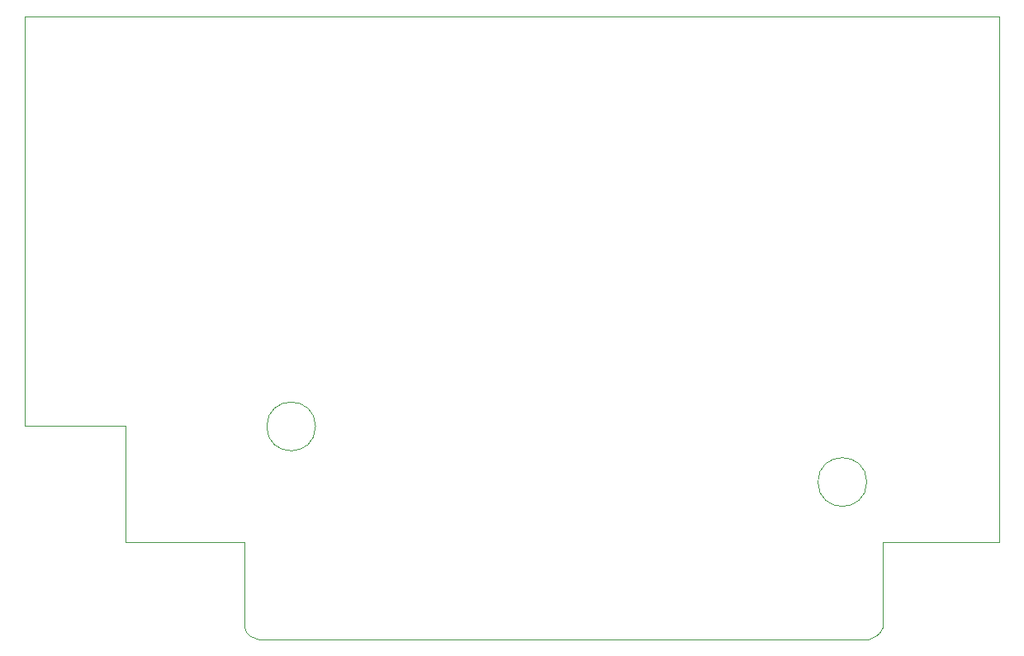
<source format=gbr>
%TF.GenerationSoftware,KiCad,Pcbnew,7.0.7*%
%TF.CreationDate,2023-11-09T10:03:36+00:00*%
%TF.ProjectId,MSX_FPGA_Hat,4d53585f-4650-4474-915f-4861742e6b69,1.5*%
%TF.SameCoordinates,Original*%
%TF.FileFunction,Profile,NP*%
%FSLAX46Y46*%
G04 Gerber Fmt 4.6, Leading zero omitted, Abs format (unit mm)*
G04 Created by KiCad (PCBNEW 7.0.7) date 2023-11-09 10:03:36*
%MOMM*%
%LPD*%
G01*
G04 APERTURE LIST*
%TA.AperFunction,Profile*%
%ADD10C,0.120000*%
%TD*%
G04 APERTURE END LIST*
D10*
%TO.C,CONN1*%
X52650000Y-64200000D02*
X52650000Y-22200000D01*
X52650000Y-64200000D02*
X62940000Y-64200000D01*
X62940000Y-64200000D02*
X62940000Y-76188435D01*
X62940000Y-76188435D02*
X75180000Y-76188435D01*
X75180000Y-84891713D02*
X75180000Y-76188435D01*
X75180000Y-84891713D02*
X75331164Y-85409987D01*
X75331164Y-85409987D02*
X75784654Y-85841883D01*
X75784654Y-85841883D02*
X76707721Y-86190806D01*
X76707721Y-86190806D02*
X139100957Y-86190806D01*
X139100957Y-86190806D02*
X139844980Y-85844512D01*
X139844980Y-85844512D02*
X140247705Y-85474006D01*
X140247705Y-85474006D02*
X140630000Y-84891713D01*
X140630000Y-76188435D02*
X140630000Y-84891713D01*
X140630000Y-76188435D02*
X152550000Y-76188435D01*
X152550000Y-22200000D02*
X52650000Y-22200000D01*
X152550000Y-22200000D02*
X152550000Y-76188435D01*
X82440000Y-64300000D02*
G75*
G03*
X82440000Y-64300000I-2500000J0D01*
G01*
X138950000Y-70000000D02*
G75*
G03*
X138950000Y-70000000I-2500000J0D01*
G01*
%TD*%
M02*

</source>
